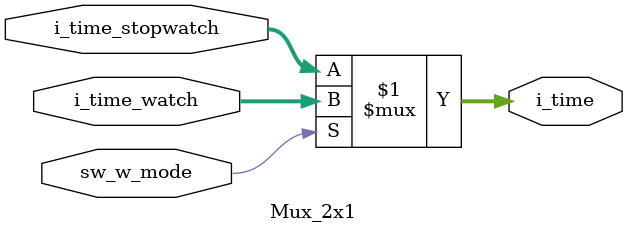
<source format=v>

module sw_w_Top (
    input        clk,
    input        rst,
    input        Btn_L,      //clear / min plus
    input        Btn_R,      //runstop
    input        Btn_U,      // sec plus
    input        Btn_D,      // hour plus
    input        cmd_L,
    input        cmd_R,
    input        cmd_U,
    input        cmd_D,
    input        time_mode,  //시간,분/초,밀리초모드
    input        sw_w_mode,
    output [3:0] sw_w_fnd_com,
    output [7:0] sw_w_fnd_data,
    output       led_sec,
    output       led_min,
    output       led_hour
);

    wire [6:0] w_sw_msec, w_watch_msec;
    wire [5:0] w_sw_sec, w_watch_sec, w_sw_min, w_watch_min;
    wire [4:0] w_sw_hour, w_watch_hour;
    wire [23:0] w_i_time;
    wire [ 2:0] w_led;

    assign led_sec  = w_led[0];
    assign led_min  = w_led[1];
    assign led_hour = w_led[2];

    stopwatch U_STOPWATCH (
        .clk(clk),
        .rst(rst),
        .sw_w_mode(sw_w_mode),
        .Btn_L(Btn_L||cmd_L),  //clear
        .Btn_R(Btn_R||cmd_R),  //runstop
        .msec(w_sw_msec),
        .sec(w_sw_sec),
        .min(w_sw_min),
        .hour(w_sw_hour)
    );

    watch U_WATCH (
        .clk(clk),
        .rst(rst),
        .Btn_L(Btn_L||cmd_L),  // min plus
        .Btn_U(Btn_U||cmd_U),  // sec plus
        .Btn_D(Btn_D||cmd_D),  // hour plus
        .Btn_R(Btn_R||cmd_R),
        .sw_w_mode(sw_w_mode),
        .msec(w_watch_msec),
        .sec(w_watch_sec),
        .min(w_watch_min),
        .hour(w_watch_hour),
        .led(w_led)
    );
    
    Mux_2x1 U_SW_W_CNTL (
        .i_time_stopwatch({w_sw_hour, w_sw_min, w_sw_sec, w_sw_msec}),
        .i_time_watch({w_watch_hour, w_watch_min, w_watch_sec, w_watch_msec}),
        .sw_w_mode(sw_w_mode),
        .i_time(w_i_time)
    );
    sw_w_fnd_controller U_SW_W_FND_CNTL (
        .clk(clk),
        .reset(rst),
        .mode(time_mode),
        .i_time(w_i_time),
        .fnd_data(sw_w_fnd_data),
        .fnd_com(sw_w_fnd_com)
    );
endmodule



module Mux_2x1 (
    input  [23:0] i_time_stopwatch,
    input  [23:0] i_time_watch,
    input         sw_w_mode,
    output [23:0] i_time
);
    assign i_time = sw_w_mode ? i_time_watch : i_time_stopwatch;
endmodule

</source>
